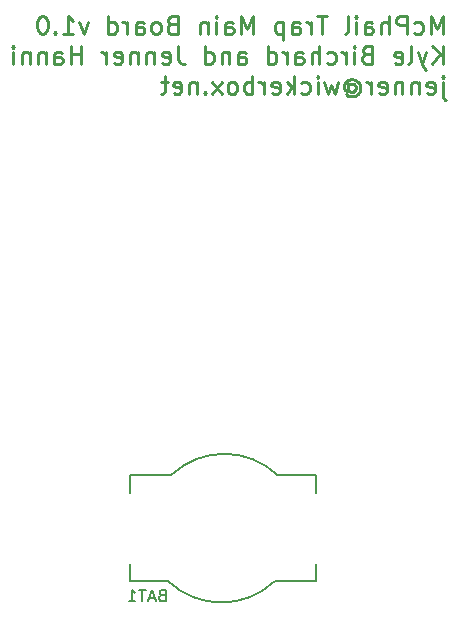
<source format=gbo>
%TF.GenerationSoftware,KiCad,Pcbnew,4.0.5-e0-6337~49~ubuntu16.04.1*%
%TF.CreationDate,2017-08-12T11:29:06-07:00*%
%TF.ProjectId,mcphail-main-board,6D63706861696C2D6D61696E2D626F61,1.0*%
%TF.FileFunction,Legend,Bot*%
%FSLAX46Y46*%
G04 Gerber Fmt 4.6, Leading zero omitted, Abs format (unit mm)*
G04 Created by KiCad (PCBNEW 4.0.5-e0-6337~49~ubuntu16.04.1) date Sat Aug 12 11:29:06 2017*
%MOMM*%
%LPD*%
G01*
G04 APERTURE LIST*
%ADD10C,0.350000*%
%ADD11C,0.254000*%
%ADD12C,0.152400*%
%ADD13C,0.150000*%
%ADD14C,1.676400*%
%ADD15R,2.184400X1.879600*%
%ADD16O,2.184400X1.879600*%
%ADD17C,1.752400*%
%ADD18C,1.879600*%
%ADD19R,2.652400X5.252400*%
%ADD20C,10.352400*%
%ADD21R,2.184400X2.184400*%
%ADD22O,2.184400X2.184400*%
%ADD23C,1.352400*%
%ADD24C,4.152400*%
%ADD25R,1.879600X1.879600*%
%ADD26O,1.879600X1.879600*%
G04 APERTURE END LIST*
D10*
D11*
X100398943Y-45901429D02*
X100398943Y-44377429D01*
X99890943Y-45466000D01*
X99382943Y-44377429D01*
X99382943Y-45901429D01*
X98004086Y-45828857D02*
X98149229Y-45901429D01*
X98439515Y-45901429D01*
X98584657Y-45828857D01*
X98657229Y-45756286D01*
X98729800Y-45611143D01*
X98729800Y-45175714D01*
X98657229Y-45030571D01*
X98584657Y-44958000D01*
X98439515Y-44885429D01*
X98149229Y-44885429D01*
X98004086Y-44958000D01*
X97350943Y-45901429D02*
X97350943Y-44377429D01*
X96770371Y-44377429D01*
X96625229Y-44450000D01*
X96552657Y-44522571D01*
X96480086Y-44667714D01*
X96480086Y-44885429D01*
X96552657Y-45030571D01*
X96625229Y-45103143D01*
X96770371Y-45175714D01*
X97350943Y-45175714D01*
X95826943Y-45901429D02*
X95826943Y-44377429D01*
X95173800Y-45901429D02*
X95173800Y-45103143D01*
X95246371Y-44958000D01*
X95391514Y-44885429D01*
X95609229Y-44885429D01*
X95754371Y-44958000D01*
X95826943Y-45030571D01*
X93794943Y-45901429D02*
X93794943Y-45103143D01*
X93867514Y-44958000D01*
X94012657Y-44885429D01*
X94302943Y-44885429D01*
X94448086Y-44958000D01*
X93794943Y-45828857D02*
X93940086Y-45901429D01*
X94302943Y-45901429D01*
X94448086Y-45828857D01*
X94520657Y-45683714D01*
X94520657Y-45538571D01*
X94448086Y-45393429D01*
X94302943Y-45320857D01*
X93940086Y-45320857D01*
X93794943Y-45248286D01*
X93069229Y-45901429D02*
X93069229Y-44885429D01*
X93069229Y-44377429D02*
X93141800Y-44450000D01*
X93069229Y-44522571D01*
X92996657Y-44450000D01*
X93069229Y-44377429D01*
X93069229Y-44522571D01*
X92125801Y-45901429D02*
X92270943Y-45828857D01*
X92343515Y-45683714D01*
X92343515Y-44377429D01*
X90601800Y-44377429D02*
X89730943Y-44377429D01*
X90166372Y-45901429D02*
X90166372Y-44377429D01*
X89222943Y-45901429D02*
X89222943Y-44885429D01*
X89222943Y-45175714D02*
X89150371Y-45030571D01*
X89077800Y-44958000D01*
X88932657Y-44885429D01*
X88787514Y-44885429D01*
X87626371Y-45901429D02*
X87626371Y-45103143D01*
X87698942Y-44958000D01*
X87844085Y-44885429D01*
X88134371Y-44885429D01*
X88279514Y-44958000D01*
X87626371Y-45828857D02*
X87771514Y-45901429D01*
X88134371Y-45901429D01*
X88279514Y-45828857D01*
X88352085Y-45683714D01*
X88352085Y-45538571D01*
X88279514Y-45393429D01*
X88134371Y-45320857D01*
X87771514Y-45320857D01*
X87626371Y-45248286D01*
X86900657Y-44885429D02*
X86900657Y-46409429D01*
X86900657Y-44958000D02*
X86755514Y-44885429D01*
X86465228Y-44885429D01*
X86320085Y-44958000D01*
X86247514Y-45030571D01*
X86174943Y-45175714D01*
X86174943Y-45611143D01*
X86247514Y-45756286D01*
X86320085Y-45828857D01*
X86465228Y-45901429D01*
X86755514Y-45901429D01*
X86900657Y-45828857D01*
X84360657Y-45901429D02*
X84360657Y-44377429D01*
X83852657Y-45466000D01*
X83344657Y-44377429D01*
X83344657Y-45901429D01*
X81965800Y-45901429D02*
X81965800Y-45103143D01*
X82038371Y-44958000D01*
X82183514Y-44885429D01*
X82473800Y-44885429D01*
X82618943Y-44958000D01*
X81965800Y-45828857D02*
X82110943Y-45901429D01*
X82473800Y-45901429D01*
X82618943Y-45828857D01*
X82691514Y-45683714D01*
X82691514Y-45538571D01*
X82618943Y-45393429D01*
X82473800Y-45320857D01*
X82110943Y-45320857D01*
X81965800Y-45248286D01*
X81240086Y-45901429D02*
X81240086Y-44885429D01*
X81240086Y-44377429D02*
X81312657Y-44450000D01*
X81240086Y-44522571D01*
X81167514Y-44450000D01*
X81240086Y-44377429D01*
X81240086Y-44522571D01*
X80514372Y-44885429D02*
X80514372Y-45901429D01*
X80514372Y-45030571D02*
X80441800Y-44958000D01*
X80296658Y-44885429D01*
X80078943Y-44885429D01*
X79933800Y-44958000D01*
X79861229Y-45103143D01*
X79861229Y-45901429D01*
X77466372Y-45103143D02*
X77248658Y-45175714D01*
X77176086Y-45248286D01*
X77103515Y-45393429D01*
X77103515Y-45611143D01*
X77176086Y-45756286D01*
X77248658Y-45828857D01*
X77393800Y-45901429D01*
X77974372Y-45901429D01*
X77974372Y-44377429D01*
X77466372Y-44377429D01*
X77321229Y-44450000D01*
X77248658Y-44522571D01*
X77176086Y-44667714D01*
X77176086Y-44812857D01*
X77248658Y-44958000D01*
X77321229Y-45030571D01*
X77466372Y-45103143D01*
X77974372Y-45103143D01*
X76232658Y-45901429D02*
X76377800Y-45828857D01*
X76450372Y-45756286D01*
X76522943Y-45611143D01*
X76522943Y-45175714D01*
X76450372Y-45030571D01*
X76377800Y-44958000D01*
X76232658Y-44885429D01*
X76014943Y-44885429D01*
X75869800Y-44958000D01*
X75797229Y-45030571D01*
X75724658Y-45175714D01*
X75724658Y-45611143D01*
X75797229Y-45756286D01*
X75869800Y-45828857D01*
X76014943Y-45901429D01*
X76232658Y-45901429D01*
X74418372Y-45901429D02*
X74418372Y-45103143D01*
X74490943Y-44958000D01*
X74636086Y-44885429D01*
X74926372Y-44885429D01*
X75071515Y-44958000D01*
X74418372Y-45828857D02*
X74563515Y-45901429D01*
X74926372Y-45901429D01*
X75071515Y-45828857D01*
X75144086Y-45683714D01*
X75144086Y-45538571D01*
X75071515Y-45393429D01*
X74926372Y-45320857D01*
X74563515Y-45320857D01*
X74418372Y-45248286D01*
X73692658Y-45901429D02*
X73692658Y-44885429D01*
X73692658Y-45175714D02*
X73620086Y-45030571D01*
X73547515Y-44958000D01*
X73402372Y-44885429D01*
X73257229Y-44885429D01*
X72096086Y-45901429D02*
X72096086Y-44377429D01*
X72096086Y-45828857D02*
X72241229Y-45901429D01*
X72531515Y-45901429D01*
X72676657Y-45828857D01*
X72749229Y-45756286D01*
X72821800Y-45611143D01*
X72821800Y-45175714D01*
X72749229Y-45030571D01*
X72676657Y-44958000D01*
X72531515Y-44885429D01*
X72241229Y-44885429D01*
X72096086Y-44958000D01*
X70354372Y-44885429D02*
X69991515Y-45901429D01*
X69628657Y-44885429D01*
X68249800Y-45901429D02*
X69120657Y-45901429D01*
X68685229Y-45901429D02*
X68685229Y-44377429D01*
X68830372Y-44595143D01*
X68975514Y-44740286D01*
X69120657Y-44812857D01*
X67596657Y-45756286D02*
X67524085Y-45828857D01*
X67596657Y-45901429D01*
X67669228Y-45828857D01*
X67596657Y-45756286D01*
X67596657Y-45901429D01*
X66580657Y-44377429D02*
X66435514Y-44377429D01*
X66290371Y-44450000D01*
X66217800Y-44522571D01*
X66145229Y-44667714D01*
X66072657Y-44958000D01*
X66072657Y-45320857D01*
X66145229Y-45611143D01*
X66217800Y-45756286D01*
X66290371Y-45828857D01*
X66435514Y-45901429D01*
X66580657Y-45901429D01*
X66725800Y-45828857D01*
X66798371Y-45756286D01*
X66870943Y-45611143D01*
X66943514Y-45320857D01*
X66943514Y-44958000D01*
X66870943Y-44667714D01*
X66798371Y-44522571D01*
X66725800Y-44450000D01*
X66580657Y-44377429D01*
X100398943Y-48441429D02*
X100398943Y-46917429D01*
X99528086Y-48441429D02*
X100181229Y-47570571D01*
X99528086Y-46917429D02*
X100398943Y-47788286D01*
X99020086Y-47425429D02*
X98657229Y-48441429D01*
X98294371Y-47425429D02*
X98657229Y-48441429D01*
X98802371Y-48804286D01*
X98874943Y-48876857D01*
X99020086Y-48949429D01*
X97496086Y-48441429D02*
X97641228Y-48368857D01*
X97713800Y-48223714D01*
X97713800Y-46917429D01*
X96334942Y-48368857D02*
X96480085Y-48441429D01*
X96770371Y-48441429D01*
X96915514Y-48368857D01*
X96988085Y-48223714D01*
X96988085Y-47643143D01*
X96915514Y-47498000D01*
X96770371Y-47425429D01*
X96480085Y-47425429D01*
X96334942Y-47498000D01*
X96262371Y-47643143D01*
X96262371Y-47788286D01*
X96988085Y-47933429D01*
X93940085Y-47643143D02*
X93722371Y-47715714D01*
X93649799Y-47788286D01*
X93577228Y-47933429D01*
X93577228Y-48151143D01*
X93649799Y-48296286D01*
X93722371Y-48368857D01*
X93867513Y-48441429D01*
X94448085Y-48441429D01*
X94448085Y-46917429D01*
X93940085Y-46917429D01*
X93794942Y-46990000D01*
X93722371Y-47062571D01*
X93649799Y-47207714D01*
X93649799Y-47352857D01*
X93722371Y-47498000D01*
X93794942Y-47570571D01*
X93940085Y-47643143D01*
X94448085Y-47643143D01*
X92924085Y-48441429D02*
X92924085Y-47425429D01*
X92924085Y-46917429D02*
X92996656Y-46990000D01*
X92924085Y-47062571D01*
X92851513Y-46990000D01*
X92924085Y-46917429D01*
X92924085Y-47062571D01*
X92198371Y-48441429D02*
X92198371Y-47425429D01*
X92198371Y-47715714D02*
X92125799Y-47570571D01*
X92053228Y-47498000D01*
X91908085Y-47425429D01*
X91762942Y-47425429D01*
X90601799Y-48368857D02*
X90746942Y-48441429D01*
X91037228Y-48441429D01*
X91182370Y-48368857D01*
X91254942Y-48296286D01*
X91327513Y-48151143D01*
X91327513Y-47715714D01*
X91254942Y-47570571D01*
X91182370Y-47498000D01*
X91037228Y-47425429D01*
X90746942Y-47425429D01*
X90601799Y-47498000D01*
X89948656Y-48441429D02*
X89948656Y-46917429D01*
X89295513Y-48441429D02*
X89295513Y-47643143D01*
X89368084Y-47498000D01*
X89513227Y-47425429D01*
X89730942Y-47425429D01*
X89876084Y-47498000D01*
X89948656Y-47570571D01*
X87916656Y-48441429D02*
X87916656Y-47643143D01*
X87989227Y-47498000D01*
X88134370Y-47425429D01*
X88424656Y-47425429D01*
X88569799Y-47498000D01*
X87916656Y-48368857D02*
X88061799Y-48441429D01*
X88424656Y-48441429D01*
X88569799Y-48368857D01*
X88642370Y-48223714D01*
X88642370Y-48078571D01*
X88569799Y-47933429D01*
X88424656Y-47860857D01*
X88061799Y-47860857D01*
X87916656Y-47788286D01*
X87190942Y-48441429D02*
X87190942Y-47425429D01*
X87190942Y-47715714D02*
X87118370Y-47570571D01*
X87045799Y-47498000D01*
X86900656Y-47425429D01*
X86755513Y-47425429D01*
X85594370Y-48441429D02*
X85594370Y-46917429D01*
X85594370Y-48368857D02*
X85739513Y-48441429D01*
X86029799Y-48441429D01*
X86174941Y-48368857D01*
X86247513Y-48296286D01*
X86320084Y-48151143D01*
X86320084Y-47715714D01*
X86247513Y-47570571D01*
X86174941Y-47498000D01*
X86029799Y-47425429D01*
X85739513Y-47425429D01*
X85594370Y-47498000D01*
X83054370Y-48441429D02*
X83054370Y-47643143D01*
X83126941Y-47498000D01*
X83272084Y-47425429D01*
X83562370Y-47425429D01*
X83707513Y-47498000D01*
X83054370Y-48368857D02*
X83199513Y-48441429D01*
X83562370Y-48441429D01*
X83707513Y-48368857D01*
X83780084Y-48223714D01*
X83780084Y-48078571D01*
X83707513Y-47933429D01*
X83562370Y-47860857D01*
X83199513Y-47860857D01*
X83054370Y-47788286D01*
X82328656Y-47425429D02*
X82328656Y-48441429D01*
X82328656Y-47570571D02*
X82256084Y-47498000D01*
X82110942Y-47425429D01*
X81893227Y-47425429D01*
X81748084Y-47498000D01*
X81675513Y-47643143D01*
X81675513Y-48441429D01*
X80296656Y-48441429D02*
X80296656Y-46917429D01*
X80296656Y-48368857D02*
X80441799Y-48441429D01*
X80732085Y-48441429D01*
X80877227Y-48368857D01*
X80949799Y-48296286D01*
X81022370Y-48151143D01*
X81022370Y-47715714D01*
X80949799Y-47570571D01*
X80877227Y-47498000D01*
X80732085Y-47425429D01*
X80441799Y-47425429D01*
X80296656Y-47498000D01*
X77974370Y-46917429D02*
X77974370Y-48006000D01*
X78046942Y-48223714D01*
X78192085Y-48368857D01*
X78409799Y-48441429D01*
X78554942Y-48441429D01*
X76668084Y-48368857D02*
X76813227Y-48441429D01*
X77103513Y-48441429D01*
X77248656Y-48368857D01*
X77321227Y-48223714D01*
X77321227Y-47643143D01*
X77248656Y-47498000D01*
X77103513Y-47425429D01*
X76813227Y-47425429D01*
X76668084Y-47498000D01*
X76595513Y-47643143D01*
X76595513Y-47788286D01*
X77321227Y-47933429D01*
X75942370Y-47425429D02*
X75942370Y-48441429D01*
X75942370Y-47570571D02*
X75869798Y-47498000D01*
X75724656Y-47425429D01*
X75506941Y-47425429D01*
X75361798Y-47498000D01*
X75289227Y-47643143D01*
X75289227Y-48441429D01*
X74563513Y-47425429D02*
X74563513Y-48441429D01*
X74563513Y-47570571D02*
X74490941Y-47498000D01*
X74345799Y-47425429D01*
X74128084Y-47425429D01*
X73982941Y-47498000D01*
X73910370Y-47643143D01*
X73910370Y-48441429D01*
X72604084Y-48368857D02*
X72749227Y-48441429D01*
X73039513Y-48441429D01*
X73184656Y-48368857D01*
X73257227Y-48223714D01*
X73257227Y-47643143D01*
X73184656Y-47498000D01*
X73039513Y-47425429D01*
X72749227Y-47425429D01*
X72604084Y-47498000D01*
X72531513Y-47643143D01*
X72531513Y-47788286D01*
X73257227Y-47933429D01*
X71878370Y-48441429D02*
X71878370Y-47425429D01*
X71878370Y-47715714D02*
X71805798Y-47570571D01*
X71733227Y-47498000D01*
X71588084Y-47425429D01*
X71442941Y-47425429D01*
X69773798Y-48441429D02*
X69773798Y-46917429D01*
X69773798Y-47643143D02*
X68902941Y-47643143D01*
X68902941Y-48441429D02*
X68902941Y-46917429D01*
X67524084Y-48441429D02*
X67524084Y-47643143D01*
X67596655Y-47498000D01*
X67741798Y-47425429D01*
X68032084Y-47425429D01*
X68177227Y-47498000D01*
X67524084Y-48368857D02*
X67669227Y-48441429D01*
X68032084Y-48441429D01*
X68177227Y-48368857D01*
X68249798Y-48223714D01*
X68249798Y-48078571D01*
X68177227Y-47933429D01*
X68032084Y-47860857D01*
X67669227Y-47860857D01*
X67524084Y-47788286D01*
X66798370Y-47425429D02*
X66798370Y-48441429D01*
X66798370Y-47570571D02*
X66725798Y-47498000D01*
X66580656Y-47425429D01*
X66362941Y-47425429D01*
X66217798Y-47498000D01*
X66145227Y-47643143D01*
X66145227Y-48441429D01*
X65419513Y-47425429D02*
X65419513Y-48441429D01*
X65419513Y-47570571D02*
X65346941Y-47498000D01*
X65201799Y-47425429D01*
X64984084Y-47425429D01*
X64838941Y-47498000D01*
X64766370Y-47643143D01*
X64766370Y-48441429D01*
X64040656Y-48441429D02*
X64040656Y-47425429D01*
X64040656Y-46917429D02*
X64113227Y-46990000D01*
X64040656Y-47062571D01*
X63968084Y-46990000D01*
X64040656Y-46917429D01*
X64040656Y-47062571D01*
X100398943Y-49965429D02*
X100398943Y-51271714D01*
X100471514Y-51416857D01*
X100616657Y-51489429D01*
X100689229Y-51489429D01*
X100398943Y-49457429D02*
X100471514Y-49530000D01*
X100398943Y-49602571D01*
X100326371Y-49530000D01*
X100398943Y-49457429D01*
X100398943Y-49602571D01*
X99092657Y-50908857D02*
X99237800Y-50981429D01*
X99528086Y-50981429D01*
X99673229Y-50908857D01*
X99745800Y-50763714D01*
X99745800Y-50183143D01*
X99673229Y-50038000D01*
X99528086Y-49965429D01*
X99237800Y-49965429D01*
X99092657Y-50038000D01*
X99020086Y-50183143D01*
X99020086Y-50328286D01*
X99745800Y-50473429D01*
X98366943Y-49965429D02*
X98366943Y-50981429D01*
X98366943Y-50110571D02*
X98294371Y-50038000D01*
X98149229Y-49965429D01*
X97931514Y-49965429D01*
X97786371Y-50038000D01*
X97713800Y-50183143D01*
X97713800Y-50981429D01*
X96988086Y-49965429D02*
X96988086Y-50981429D01*
X96988086Y-50110571D02*
X96915514Y-50038000D01*
X96770372Y-49965429D01*
X96552657Y-49965429D01*
X96407514Y-50038000D01*
X96334943Y-50183143D01*
X96334943Y-50981429D01*
X95028657Y-50908857D02*
X95173800Y-50981429D01*
X95464086Y-50981429D01*
X95609229Y-50908857D01*
X95681800Y-50763714D01*
X95681800Y-50183143D01*
X95609229Y-50038000D01*
X95464086Y-49965429D01*
X95173800Y-49965429D01*
X95028657Y-50038000D01*
X94956086Y-50183143D01*
X94956086Y-50328286D01*
X95681800Y-50473429D01*
X94302943Y-50981429D02*
X94302943Y-49965429D01*
X94302943Y-50255714D02*
X94230371Y-50110571D01*
X94157800Y-50038000D01*
X94012657Y-49965429D01*
X93867514Y-49965429D01*
X92416085Y-50255714D02*
X92488657Y-50183143D01*
X92633800Y-50110571D01*
X92778942Y-50110571D01*
X92924085Y-50183143D01*
X92996657Y-50255714D01*
X93069228Y-50400857D01*
X93069228Y-50546000D01*
X92996657Y-50691143D01*
X92924085Y-50763714D01*
X92778942Y-50836286D01*
X92633800Y-50836286D01*
X92488657Y-50763714D01*
X92416085Y-50691143D01*
X92416085Y-50110571D02*
X92416085Y-50691143D01*
X92343514Y-50763714D01*
X92270942Y-50763714D01*
X92125800Y-50691143D01*
X92053228Y-50546000D01*
X92053228Y-50183143D01*
X92198371Y-49965429D01*
X92416085Y-49820286D01*
X92706371Y-49747714D01*
X92996657Y-49820286D01*
X93214371Y-49965429D01*
X93359514Y-50183143D01*
X93432085Y-50473429D01*
X93359514Y-50763714D01*
X93214371Y-50981429D01*
X92996657Y-51126571D01*
X92706371Y-51199143D01*
X92416085Y-51126571D01*
X92198371Y-50981429D01*
X91545228Y-49965429D02*
X91254942Y-50981429D01*
X90964656Y-50255714D01*
X90674371Y-50981429D01*
X90384085Y-49965429D01*
X89803514Y-50981429D02*
X89803514Y-49965429D01*
X89803514Y-49457429D02*
X89876085Y-49530000D01*
X89803514Y-49602571D01*
X89730942Y-49530000D01*
X89803514Y-49457429D01*
X89803514Y-49602571D01*
X88424657Y-50908857D02*
X88569800Y-50981429D01*
X88860086Y-50981429D01*
X89005228Y-50908857D01*
X89077800Y-50836286D01*
X89150371Y-50691143D01*
X89150371Y-50255714D01*
X89077800Y-50110571D01*
X89005228Y-50038000D01*
X88860086Y-49965429D01*
X88569800Y-49965429D01*
X88424657Y-50038000D01*
X87771514Y-50981429D02*
X87771514Y-49457429D01*
X87626371Y-50400857D02*
X87190942Y-50981429D01*
X87190942Y-49965429D02*
X87771514Y-50546000D01*
X85957228Y-50908857D02*
X86102371Y-50981429D01*
X86392657Y-50981429D01*
X86537800Y-50908857D01*
X86610371Y-50763714D01*
X86610371Y-50183143D01*
X86537800Y-50038000D01*
X86392657Y-49965429D01*
X86102371Y-49965429D01*
X85957228Y-50038000D01*
X85884657Y-50183143D01*
X85884657Y-50328286D01*
X86610371Y-50473429D01*
X85231514Y-50981429D02*
X85231514Y-49965429D01*
X85231514Y-50255714D02*
X85158942Y-50110571D01*
X85086371Y-50038000D01*
X84941228Y-49965429D01*
X84796085Y-49965429D01*
X84288085Y-50981429D02*
X84288085Y-49457429D01*
X84288085Y-50038000D02*
X84142942Y-49965429D01*
X83852656Y-49965429D01*
X83707513Y-50038000D01*
X83634942Y-50110571D01*
X83562371Y-50255714D01*
X83562371Y-50691143D01*
X83634942Y-50836286D01*
X83707513Y-50908857D01*
X83852656Y-50981429D01*
X84142942Y-50981429D01*
X84288085Y-50908857D01*
X82691514Y-50981429D02*
X82836656Y-50908857D01*
X82909228Y-50836286D01*
X82981799Y-50691143D01*
X82981799Y-50255714D01*
X82909228Y-50110571D01*
X82836656Y-50038000D01*
X82691514Y-49965429D01*
X82473799Y-49965429D01*
X82328656Y-50038000D01*
X82256085Y-50110571D01*
X82183514Y-50255714D01*
X82183514Y-50691143D01*
X82256085Y-50836286D01*
X82328656Y-50908857D01*
X82473799Y-50981429D01*
X82691514Y-50981429D01*
X81675514Y-50981429D02*
X80877228Y-49965429D01*
X81675514Y-49965429D02*
X80877228Y-50981429D01*
X80296657Y-50836286D02*
X80224085Y-50908857D01*
X80296657Y-50981429D01*
X80369228Y-50908857D01*
X80296657Y-50836286D01*
X80296657Y-50981429D01*
X79570943Y-49965429D02*
X79570943Y-50981429D01*
X79570943Y-50110571D02*
X79498371Y-50038000D01*
X79353229Y-49965429D01*
X79135514Y-49965429D01*
X78990371Y-50038000D01*
X78917800Y-50183143D01*
X78917800Y-50981429D01*
X77611514Y-50908857D02*
X77756657Y-50981429D01*
X78046943Y-50981429D01*
X78192086Y-50908857D01*
X78264657Y-50763714D01*
X78264657Y-50183143D01*
X78192086Y-50038000D01*
X78046943Y-49965429D01*
X77756657Y-49965429D01*
X77611514Y-50038000D01*
X77538943Y-50183143D01*
X77538943Y-50328286D01*
X78264657Y-50473429D01*
X77103514Y-49965429D02*
X76522943Y-49965429D01*
X76885800Y-49457429D02*
X76885800Y-50763714D01*
X76813228Y-50908857D01*
X76668086Y-50981429D01*
X76522943Y-50981429D01*
D12*
X73911000Y-92257000D02*
X73911000Y-90757000D01*
X77161000Y-92257000D02*
X73911000Y-92257000D01*
X89661000Y-92257000D02*
X89661000Y-90757000D01*
X89411000Y-92257000D02*
X89661000Y-92257000D01*
X86161000Y-92257000D02*
X89411000Y-92257000D01*
X86125494Y-92290387D02*
G75*
G02X77161000Y-92257000I-4464494J4783387D01*
G01*
X77446506Y-83223613D02*
G75*
G02X86411000Y-83257000I4464494J-4783387D01*
G01*
X77411000Y-83257000D02*
X74161000Y-83257000D01*
X74161000Y-83257000D02*
X73911000Y-83257000D01*
X73911000Y-83257000D02*
X73911000Y-84757000D01*
X86411000Y-83257000D02*
X89661000Y-83257000D01*
X89661000Y-83257000D02*
X89661000Y-84757000D01*
D13*
X76625285Y-93435571D02*
X76482428Y-93483190D01*
X76434809Y-93530810D01*
X76387190Y-93626048D01*
X76387190Y-93768905D01*
X76434809Y-93864143D01*
X76482428Y-93911762D01*
X76577666Y-93959381D01*
X76958619Y-93959381D01*
X76958619Y-92959381D01*
X76625285Y-92959381D01*
X76530047Y-93007000D01*
X76482428Y-93054619D01*
X76434809Y-93149857D01*
X76434809Y-93245095D01*
X76482428Y-93340333D01*
X76530047Y-93387952D01*
X76625285Y-93435571D01*
X76958619Y-93435571D01*
X76006238Y-93673667D02*
X75530047Y-93673667D01*
X76101476Y-93959381D02*
X75768143Y-92959381D01*
X75434809Y-93959381D01*
X75244333Y-92959381D02*
X74672904Y-92959381D01*
X74958619Y-93959381D02*
X74958619Y-92959381D01*
X73815761Y-93959381D02*
X74387190Y-93959381D01*
X74101476Y-93959381D02*
X74101476Y-92959381D01*
X74196714Y-93102238D01*
X74291952Y-93197476D01*
X74387190Y-93245095D01*
%LPC*%
D14*
X100126800Y-53111400D03*
X100126800Y-55651400D03*
X100126800Y-58191400D03*
X100126800Y-60731400D03*
X100126800Y-63271400D03*
X100126800Y-65811400D03*
X100126800Y-68351400D03*
X100126800Y-70891400D03*
X100126800Y-73431400D03*
X100126800Y-75971400D03*
X100126800Y-78511400D03*
X100126800Y-81051400D03*
X100126800Y-83591400D03*
X100126800Y-86131400D03*
X100126800Y-88671400D03*
X100126800Y-91211400D03*
D15*
X52730400Y-93865700D03*
D16*
X52730400Y-91325700D03*
X52730400Y-88785700D03*
X52730400Y-86245700D03*
X52730400Y-83705700D03*
X52730400Y-81165700D03*
D17*
X92481400Y-86182200D03*
X92481400Y-83682200D03*
D18*
X50038000Y-51993800D03*
D19*
X89311000Y-87757000D03*
X74011000Y-87757000D03*
D20*
X81661000Y-87757000D03*
D21*
X62179200Y-95669100D03*
D22*
X59639200Y-95669100D03*
D21*
X91294800Y-93662900D03*
D22*
X93834800Y-93662900D03*
D23*
X25298798Y-53266118D03*
X25298798Y-60366118D03*
D24*
X37896940Y-46788400D03*
X31897460Y-46788400D03*
X34897200Y-51487400D03*
D17*
X90957400Y-76711200D03*
X90957400Y-71831200D03*
D25*
X65176400Y-57988200D03*
D26*
X65176400Y-60528200D03*
X62636400Y-57988200D03*
X62636400Y-60528200D03*
X60096400Y-57988200D03*
X60096400Y-60528200D03*
M02*

</source>
